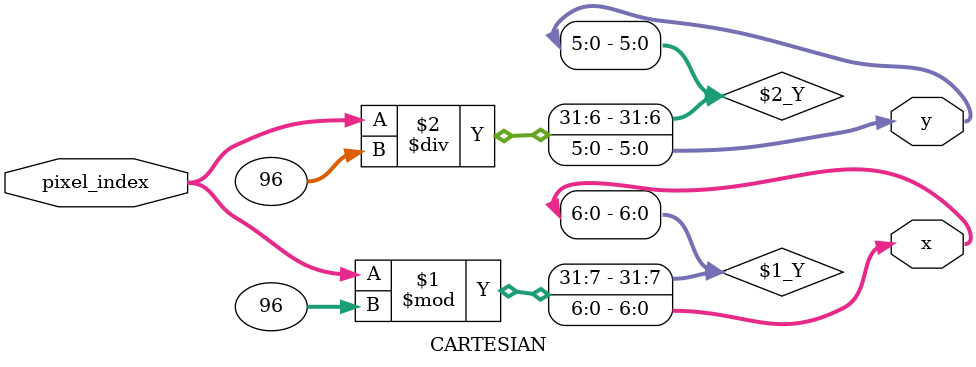
<source format=v>
`timescale 1ns / 1ps

module CARTESIAN(
    input [12:0] pixel_index,
    output [6:0] x,
    output [5:0] y
    );
    
    assign x = pixel_index % 96;
    assign y = pixel_index / 96;
    
endmodule

</source>
